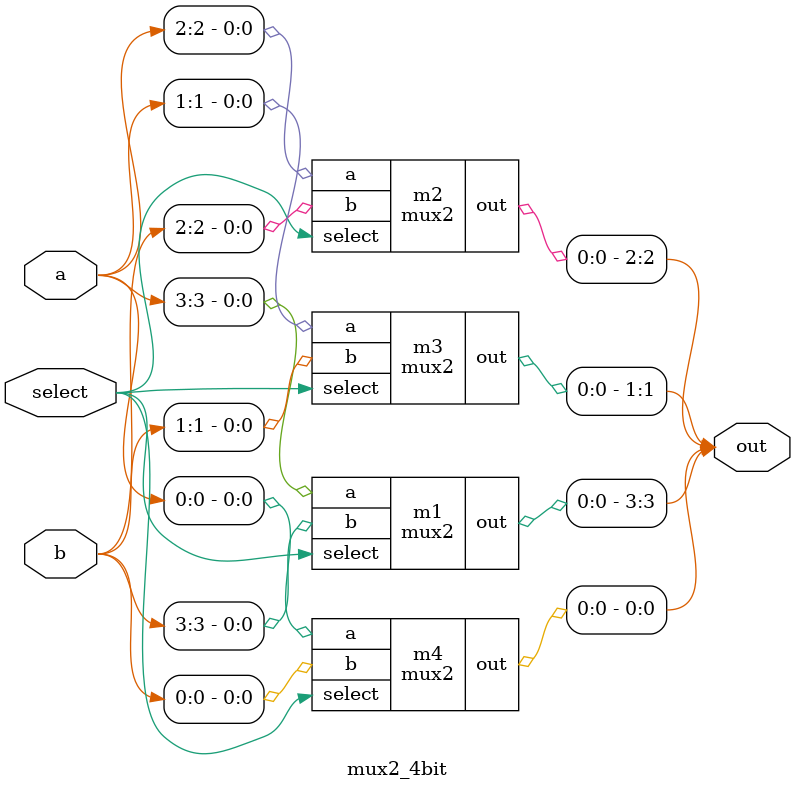
<source format=sv>
`timescale 1ns/1ns
module mux2(input a,b,select, output out);
 wire w0,w1,w2;

 not n1(w0,select);
 and a1(w1,select,b);
 and a2(w2,w0,a);
 or o1(out,w1,w2);
 
endmodule

module mux2_4bit(input[3:0] a,b, input select, output[3:0] out);
 mux2 m1(a[3],b[3],select,out[3]);
 mux2 m2(a[2],b[2],select,out[2]);
 mux2 m3(a[1],b[1],select,out[1]);
 mux2 m4(a[0],b[0],select,out[0]);
endmodule


</source>
